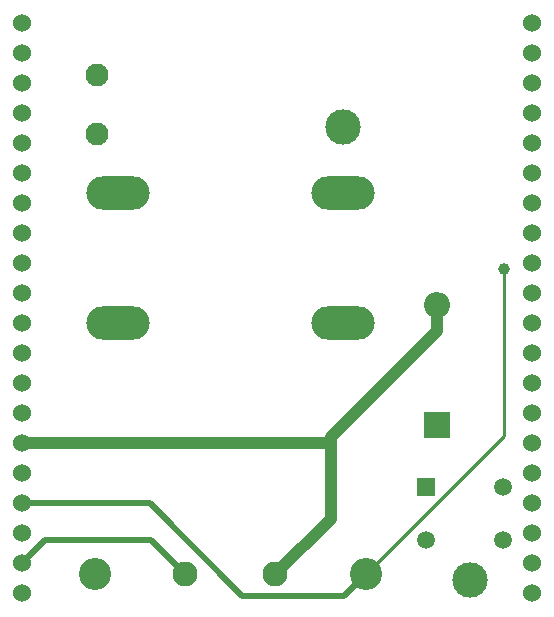
<source format=gbr>
%TF.GenerationSoftware,KiCad,Pcbnew,8.0.7*%
%TF.CreationDate,2025-01-14T16:56:09-05:00*%
%TF.ProjectId,AMS Latching Module,414d5320-4c61-4746-9368-696e67204d6f,rev?*%
%TF.SameCoordinates,Original*%
%TF.FileFunction,Copper,L2,Bot*%
%TF.FilePolarity,Positive*%
%FSLAX46Y46*%
G04 Gerber Fmt 4.6, Leading zero omitted, Abs format (unit mm)*
G04 Created by KiCad (PCBNEW 8.0.7) date 2025-01-14 16:56:09*
%MOMM*%
%LPD*%
G01*
G04 APERTURE LIST*
%TA.AperFunction,ComponentPad*%
%ADD10C,3.000000*%
%TD*%
%TA.AperFunction,ComponentPad*%
%ADD11C,1.524000*%
%TD*%
%TA.AperFunction,ComponentPad*%
%ADD12R,1.498600X1.498600*%
%TD*%
%TA.AperFunction,ComponentPad*%
%ADD13C,1.498600*%
%TD*%
%TA.AperFunction,ComponentPad*%
%ADD14O,5.350000X2.850000*%
%TD*%
%TA.AperFunction,ComponentPad*%
%ADD15C,2.717800*%
%TD*%
%TA.AperFunction,ComponentPad*%
%ADD16C,2.108200*%
%TD*%
%TA.AperFunction,ComponentPad*%
%ADD17C,1.950000*%
%TD*%
%TA.AperFunction,ComponentPad*%
%ADD18R,2.200000X2.200000*%
%TD*%
%TA.AperFunction,ComponentPad*%
%ADD19O,2.200000X2.200000*%
%TD*%
%TA.AperFunction,ViaPad*%
%ADD20C,1.000000*%
%TD*%
%TA.AperFunction,Conductor*%
%ADD21C,1.000000*%
%TD*%
%TA.AperFunction,Conductor*%
%ADD22C,0.500000*%
%TD*%
%TA.AperFunction,Conductor*%
%ADD23C,0.250000*%
%TD*%
G04 APERTURE END LIST*
D10*
%TO.P,AMS PWR THRU,1,1*%
%TO.N,Net-(J3-Pad7)*%
X77920000Y-59570000D03*
%TD*%
D11*
%TO.P,J2,1,1*%
%TO.N,Net-(J3-Pad1)*%
X50800000Y-99060000D03*
%TO.P,J2,2,2*%
%TO.N,Net-(D1-K)*%
X50800000Y-96520000D03*
%TO.P,J2,3,3*%
%TO.N,/Vs*%
X50800000Y-93980000D03*
%TO.P,J2,4,4*%
%TO.N,Net-(D4-A)*%
X50800000Y-91440000D03*
%TO.P,J2,5,5*%
%TO.N,Net-(J3-Pad1)*%
X50800000Y-88900000D03*
%TO.P,J2,6,6*%
%TO.N,/GND*%
X50800000Y-86360000D03*
%TO.P,J2,7,7*%
%TO.N,Net-(J3-Pad7)*%
X50800000Y-83820000D03*
%TO.P,J2,8,8*%
%TO.N,unconnected-(J3-Pad8)*%
X50800000Y-81280000D03*
%TO.P,J2,9,9*%
%TO.N,unconnected-(J3-Pad9)*%
X50800000Y-78740000D03*
%TO.P,J2,10,10*%
%TO.N,unconnected-(J3-Pad10)*%
X50800000Y-76200000D03*
%TO.P,J2,11,11*%
%TO.N,unconnected-(J3-Pad11)*%
X50800000Y-73660000D03*
%TO.P,J2,12,12*%
%TO.N,unconnected-(J3-Pad12)*%
X50800000Y-71120000D03*
%TO.P,J2,13,13*%
%TO.N,unconnected-(J3-Pad13)*%
X50800000Y-68580000D03*
%TO.P,J2,14,14*%
%TO.N,unconnected-(J3-Pad14)*%
X50800000Y-66040000D03*
%TO.P,J2,15,15*%
%TO.N,unconnected-(J3-Pad15)*%
X50800000Y-63500000D03*
%TO.P,J2,16,16*%
%TO.N,unconnected-(J3-Pad16)*%
X50800000Y-60960000D03*
%TO.P,J2,17,17*%
%TO.N,unconnected-(J3-Pad17)*%
X50800000Y-58420000D03*
%TO.P,J2,18,18*%
%TO.N,unconnected-(J3-Pad18)*%
X50800000Y-55880000D03*
%TO.P,J2,19,19*%
%TO.N,unconnected-(J3-Pad19)*%
X50800000Y-53340000D03*
%TO.P,J2,20,20*%
%TO.N,unconnected-(J3-Pad20)*%
X50800000Y-50800000D03*
%TD*%
D12*
%TO.P,AMS RESET,1,1*%
%TO.N,Net-(D1-K)*%
X85019999Y-90070000D03*
D13*
%TO.P,AMS RESET,2,2*%
%TO.N,Net-(J3-Pad1)*%
X91520000Y-90070000D03*
%TO.P,AMS RESET,3*%
%TO.N,N/C*%
X85019999Y-94570001D03*
%TO.P,AMS RESET,4*%
X91520000Y-94570001D03*
%TD*%
D14*
%TO.P,K1,1,1*%
%TO.N,Net-(J4-Pad2)*%
X58920000Y-65159999D03*
%TO.P,K1,2,2*%
%TO.N,Net-(J3-Pad1)*%
X58920000Y-76160000D03*
D15*
%TO.P,K1,3,3*%
%TO.N,/Vs*%
X56970000Y-97460000D03*
D16*
%TO.P,K1,4,4*%
%TO.N,Net-(D1-K)*%
X64620000Y-97460000D03*
%TO.P,K1,5,5*%
%TO.N,/GND*%
X72220000Y-97460000D03*
D15*
%TO.P,K1,6,6*%
%TO.N,Net-(D4-A)*%
X79870000Y-97460000D03*
D14*
%TO.P,K1,7,7*%
%TO.N,Net-(D1-K)*%
X77919998Y-76160000D03*
%TO.P,K1,8,8*%
%TO.N,Net-(J3-Pad7)*%
X77919998Y-65159999D03*
%TD*%
D17*
%TO.P,J1,1*%
%TO.N,unconnected-(J4-Pad1)*%
X57130000Y-55150000D03*
%TO.P,J1,2*%
%TO.N,Net-(J4-Pad2)*%
X57130000Y-60150000D03*
%TD*%
D10*
%TO.P,AMS,1,1*%
%TO.N,Net-(J3-Pad1)*%
X88720000Y-97970000D03*
%TD*%
D11*
%TO.P,J2,1,1*%
%TO.N,N/C*%
X94000000Y-99060000D03*
%TO.P,J2,2,2*%
X94000000Y-96520000D03*
%TO.P,J2,3,3*%
X94000000Y-93980000D03*
%TO.P,J2,4,4*%
X94000000Y-91440000D03*
%TO.P,J2,5,5*%
X94000000Y-88900000D03*
%TO.P,J2,6,6*%
X94000000Y-86360000D03*
%TO.P,J2,7,7*%
X94000000Y-83820000D03*
%TO.P,J2,8,8*%
X94000000Y-81280000D03*
%TO.P,J2,9,9*%
X94000000Y-78740000D03*
%TO.P,J2,10,10*%
X94000000Y-76200000D03*
%TO.P,J2,11,11*%
X94000000Y-73660000D03*
%TO.P,J2,12,12*%
X94000000Y-71120000D03*
%TO.P,J2,13,13*%
X94000000Y-68580000D03*
%TO.P,J2,14,14*%
X94000000Y-66040000D03*
%TO.P,J2,15,15*%
X94000000Y-63500000D03*
%TO.P,J2,16,16*%
X94000000Y-60960000D03*
%TO.P,J2,17,17*%
X94000000Y-58420000D03*
%TO.P,J2,18,18*%
X94000000Y-55880000D03*
%TO.P,J2,19,19*%
X94000000Y-53340000D03*
%TO.P,J2,20,20*%
X94000000Y-50800000D03*
%TD*%
D18*
%TO.P,D3,1,K*%
%TO.N,Net-(D1-K)*%
X85920000Y-84790000D03*
D19*
%TO.P,D3,2,A*%
%TO.N,/GND*%
X85920000Y-74630000D03*
%TD*%
D20*
%TO.N,Net-(D4-A)*%
X91620000Y-71570000D03*
%TD*%
D21*
%TO.N,/GND*%
X85920000Y-76870000D02*
X85920000Y-74630000D01*
X76940000Y-86360000D02*
X76940000Y-85850000D01*
X76940000Y-86360000D02*
X76940000Y-92740000D01*
X76940000Y-92740000D02*
X72220000Y-97460000D01*
X76940000Y-85850000D02*
X85920000Y-76870000D01*
X76940000Y-86360000D02*
X50800000Y-86360000D01*
D22*
%TO.N,Net-(D1-K)*%
X61730000Y-94570000D02*
X52750000Y-94570000D01*
X64620000Y-97460000D02*
X61730000Y-94570000D01*
X52750000Y-94570000D02*
X50800000Y-96520000D01*
D23*
%TO.N,Net-(D4-A)*%
X91620000Y-85710000D02*
X79870000Y-97460000D01*
X79870000Y-97460000D02*
X79870000Y-96440000D01*
X91620000Y-71570000D02*
X91620000Y-85710000D01*
D22*
X50800000Y-91440000D02*
X61590000Y-91440000D01*
X78060000Y-99270000D02*
X79870000Y-97460000D01*
X61590000Y-91440000D02*
X69420000Y-99270000D01*
X69420000Y-99270000D02*
X78060000Y-99270000D01*
%TD*%
M02*

</source>
